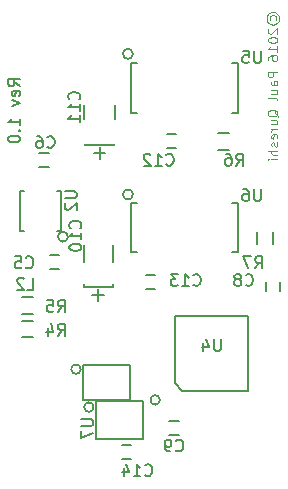
<source format=gbr>
G04 #@! TF.FileFunction,Other,ECO2*
%FSLAX46Y46*%
G04 Gerber Fmt 4.6, Leading zero omitted, Abs format (unit mm)*
G04 Created by KiCad (PCBNEW 4.0.2-stable) date 12/11/2016 19:10:46*
%MOMM*%
G01*
G04 APERTURE LIST*
%ADD10C,0.100000*%
%ADD11C,0.200000*%
%ADD12C,0.150000*%
G04 APERTURE END LIST*
D10*
D11*
X145552381Y-25728572D02*
X145076190Y-25395238D01*
X145552381Y-25157143D02*
X144552381Y-25157143D01*
X144552381Y-25538096D01*
X144600000Y-25633334D01*
X144647619Y-25680953D01*
X144742857Y-25728572D01*
X144885714Y-25728572D01*
X144980952Y-25680953D01*
X145028571Y-25633334D01*
X145076190Y-25538096D01*
X145076190Y-25157143D01*
X145504762Y-26538096D02*
X145552381Y-26442858D01*
X145552381Y-26252381D01*
X145504762Y-26157143D01*
X145409524Y-26109524D01*
X145028571Y-26109524D01*
X144933333Y-26157143D01*
X144885714Y-26252381D01*
X144885714Y-26442858D01*
X144933333Y-26538096D01*
X145028571Y-26585715D01*
X145123810Y-26585715D01*
X145219048Y-26109524D01*
X144885714Y-26919048D02*
X145552381Y-27157143D01*
X144885714Y-27395239D01*
X145552381Y-29061906D02*
X145552381Y-28490477D01*
X145552381Y-28776191D02*
X144552381Y-28776191D01*
X144695238Y-28680953D01*
X144790476Y-28585715D01*
X144838095Y-28490477D01*
X145457143Y-29490477D02*
X145504762Y-29538096D01*
X145552381Y-29490477D01*
X145504762Y-29442858D01*
X145457143Y-29490477D01*
X145552381Y-29490477D01*
X144552381Y-30157143D02*
X144552381Y-30252382D01*
X144600000Y-30347620D01*
X144647619Y-30395239D01*
X144742857Y-30442858D01*
X144933333Y-30490477D01*
X145171429Y-30490477D01*
X145361905Y-30442858D01*
X145457143Y-30395239D01*
X145504762Y-30347620D01*
X145552381Y-30252382D01*
X145552381Y-30157143D01*
X145504762Y-30061905D01*
X145457143Y-30014286D01*
X145361905Y-29966667D01*
X145171429Y-29919048D01*
X144933333Y-29919048D01*
X144742857Y-29966667D01*
X144647619Y-30014286D01*
X144600000Y-30061905D01*
X144552381Y-30157143D01*
D12*
X150700000Y-49700000D02*
G75*
G03X150700000Y-49700000I-400000J0D01*
G01*
X150900000Y-52300000D02*
X150900000Y-49300000D01*
X154900000Y-52300000D02*
X150900000Y-52300000D01*
X154900000Y-49300000D02*
X154900000Y-52300000D01*
X150900000Y-49300000D02*
X154900000Y-49300000D01*
D10*
X166752381Y-20138094D02*
X166714286Y-20061904D01*
X166714286Y-19909523D01*
X166752381Y-19833332D01*
X166828571Y-19757142D01*
X166904762Y-19719047D01*
X167057143Y-19719047D01*
X167133333Y-19757142D01*
X167209524Y-19833332D01*
X167247619Y-19909523D01*
X167247619Y-20061904D01*
X167209524Y-20138094D01*
X166447619Y-19985713D02*
X166485714Y-19795237D01*
X166600000Y-19604761D01*
X166790476Y-19490475D01*
X166980952Y-19452380D01*
X167171429Y-19490475D01*
X167361905Y-19604761D01*
X167476190Y-19795237D01*
X167514286Y-19985713D01*
X167476190Y-20176189D01*
X167361905Y-20366666D01*
X167171429Y-20480951D01*
X166980952Y-20519047D01*
X166790476Y-20480951D01*
X166600000Y-20366666D01*
X166485714Y-20176189D01*
X166447619Y-19985713D01*
X166638095Y-20823809D02*
X166600000Y-20861904D01*
X166561905Y-20938095D01*
X166561905Y-21128571D01*
X166600000Y-21204761D01*
X166638095Y-21242857D01*
X166714286Y-21280952D01*
X166790476Y-21280952D01*
X166904762Y-21242857D01*
X167361905Y-20785714D01*
X167361905Y-21280952D01*
X166561905Y-21776190D02*
X166561905Y-21852381D01*
X166600000Y-21928571D01*
X166638095Y-21966666D01*
X166714286Y-22004762D01*
X166866667Y-22042857D01*
X167057143Y-22042857D01*
X167209524Y-22004762D01*
X167285714Y-21966666D01*
X167323810Y-21928571D01*
X167361905Y-21852381D01*
X167361905Y-21776190D01*
X167323810Y-21700000D01*
X167285714Y-21661904D01*
X167209524Y-21623809D01*
X167057143Y-21585714D01*
X166866667Y-21585714D01*
X166714286Y-21623809D01*
X166638095Y-21661904D01*
X166600000Y-21700000D01*
X166561905Y-21776190D01*
X167361905Y-22804762D02*
X167361905Y-22347619D01*
X167361905Y-22576190D02*
X166561905Y-22576190D01*
X166676190Y-22500000D01*
X166752381Y-22423809D01*
X166790476Y-22347619D01*
X166561905Y-23490476D02*
X166561905Y-23338095D01*
X166600000Y-23261905D01*
X166638095Y-23223810D01*
X166752381Y-23147619D01*
X166904762Y-23109524D01*
X167209524Y-23109524D01*
X167285714Y-23147619D01*
X167323810Y-23185714D01*
X167361905Y-23261905D01*
X167361905Y-23414286D01*
X167323810Y-23490476D01*
X167285714Y-23528572D01*
X167209524Y-23566667D01*
X167019048Y-23566667D01*
X166942857Y-23528572D01*
X166904762Y-23490476D01*
X166866667Y-23414286D01*
X166866667Y-23261905D01*
X166904762Y-23185714D01*
X166942857Y-23147619D01*
X167019048Y-23109524D01*
X167361905Y-24519048D02*
X166561905Y-24519048D01*
X166561905Y-24823810D01*
X166600000Y-24900001D01*
X166638095Y-24938096D01*
X166714286Y-24976191D01*
X166828571Y-24976191D01*
X166904762Y-24938096D01*
X166942857Y-24900001D01*
X166980952Y-24823810D01*
X166980952Y-24519048D01*
X167361905Y-25661905D02*
X166942857Y-25661905D01*
X166866667Y-25623810D01*
X166828571Y-25547620D01*
X166828571Y-25395239D01*
X166866667Y-25319048D01*
X167323810Y-25661905D02*
X167361905Y-25585715D01*
X167361905Y-25395239D01*
X167323810Y-25319048D01*
X167247619Y-25280953D01*
X167171429Y-25280953D01*
X167095238Y-25319048D01*
X167057143Y-25395239D01*
X167057143Y-25585715D01*
X167019048Y-25661905D01*
X166828571Y-26385715D02*
X167361905Y-26385715D01*
X166828571Y-26042858D02*
X167247619Y-26042858D01*
X167323810Y-26080953D01*
X167361905Y-26157144D01*
X167361905Y-26271430D01*
X167323810Y-26347620D01*
X167285714Y-26385715D01*
X167361905Y-26880954D02*
X167323810Y-26804763D01*
X167247619Y-26766668D01*
X166561905Y-26766668D01*
X167438095Y-28328574D02*
X167400000Y-28252383D01*
X167323810Y-28176193D01*
X167209524Y-28061907D01*
X167171429Y-27985716D01*
X167171429Y-27909526D01*
X167361905Y-27947621D02*
X167323810Y-27871431D01*
X167247619Y-27795240D01*
X167095238Y-27757145D01*
X166828571Y-27757145D01*
X166676190Y-27795240D01*
X166600000Y-27871431D01*
X166561905Y-27947621D01*
X166561905Y-28100002D01*
X166600000Y-28176193D01*
X166676190Y-28252383D01*
X166828571Y-28290478D01*
X167095238Y-28290478D01*
X167247619Y-28252383D01*
X167323810Y-28176193D01*
X167361905Y-28100002D01*
X167361905Y-27947621D01*
X166828571Y-28976192D02*
X167361905Y-28976192D01*
X166828571Y-28633335D02*
X167247619Y-28633335D01*
X167323810Y-28671430D01*
X167361905Y-28747621D01*
X167361905Y-28861907D01*
X167323810Y-28938097D01*
X167285714Y-28976192D01*
X167361905Y-29357145D02*
X166828571Y-29357145D01*
X166980952Y-29357145D02*
X166904762Y-29395240D01*
X166866667Y-29433336D01*
X166828571Y-29509526D01*
X166828571Y-29585717D01*
X167323810Y-30157145D02*
X167361905Y-30080955D01*
X167361905Y-29928574D01*
X167323810Y-29852383D01*
X167247619Y-29814288D01*
X166942857Y-29814288D01*
X166866667Y-29852383D01*
X166828571Y-29928574D01*
X166828571Y-30080955D01*
X166866667Y-30157145D01*
X166942857Y-30195240D01*
X167019048Y-30195240D01*
X167095238Y-29814288D01*
X167323810Y-30500002D02*
X167361905Y-30576192D01*
X167361905Y-30728573D01*
X167323810Y-30804764D01*
X167247619Y-30842859D01*
X167209524Y-30842859D01*
X167133333Y-30804764D01*
X167095238Y-30728573D01*
X167095238Y-30614288D01*
X167057143Y-30538097D01*
X166980952Y-30500002D01*
X166942857Y-30500002D01*
X166866667Y-30538097D01*
X166828571Y-30614288D01*
X166828571Y-30728573D01*
X166866667Y-30804764D01*
X167361905Y-31185716D02*
X166561905Y-31185716D01*
X167361905Y-31528573D02*
X166942857Y-31528573D01*
X166866667Y-31490478D01*
X166828571Y-31414288D01*
X166828571Y-31300002D01*
X166866667Y-31223811D01*
X166904762Y-31185716D01*
X167361905Y-31909526D02*
X166828571Y-31909526D01*
X166561905Y-31909526D02*
X166600000Y-31871431D01*
X166638095Y-31909526D01*
X166600000Y-31947621D01*
X166561905Y-31909526D01*
X166638095Y-31909526D01*
D12*
X157000000Y-42900000D02*
X156200000Y-42900000D01*
X156200000Y-41700000D02*
X157000000Y-41700000D01*
X151700000Y-43400000D02*
X152700000Y-43400000D01*
X152200000Y-42900000D02*
X152200000Y-43900000D01*
X153400000Y-42700000D02*
X153400000Y-42500000D01*
X153300000Y-42700000D02*
X153400000Y-42700000D01*
X151000000Y-42700000D02*
X153300000Y-42700000D01*
X151000000Y-42500000D02*
X151000000Y-42700000D01*
X151000000Y-39200000D02*
X151000000Y-40600000D01*
X153400000Y-39200000D02*
X153400000Y-40600000D01*
X149624264Y-38475736D02*
G75*
G03X149624264Y-38475736I-424264J0D01*
G01*
X149000000Y-38000000D02*
X148700000Y-38000000D01*
X149000000Y-34600000D02*
X149000000Y-38000000D01*
X148700000Y-34600000D02*
X149000000Y-34600000D01*
X145600000Y-38000000D02*
X145900000Y-38000000D01*
X145600000Y-34600000D02*
X145600000Y-38000000D01*
X145900000Y-34600000D02*
X145600000Y-34600000D01*
X148000000Y-32600000D02*
X147200000Y-32600000D01*
X147200000Y-31400000D02*
X148000000Y-31400000D01*
X148900000Y-41200000D02*
X148100000Y-41200000D01*
X148100000Y-40000000D02*
X148900000Y-40000000D01*
X146700000Y-43600000D02*
X145700000Y-43600000D01*
X145700000Y-45000000D02*
X146700000Y-45000000D01*
X146700000Y-47000000D02*
X145700000Y-47000000D01*
X145700000Y-45600000D02*
X146700000Y-45600000D01*
X167600000Y-43100000D02*
X167600000Y-42300000D01*
X166400000Y-42300000D02*
X166400000Y-43100000D01*
X165600000Y-38100000D02*
X165600000Y-39100000D01*
X167000000Y-38100000D02*
X167000000Y-39100000D01*
X163300000Y-29700000D02*
X162300000Y-29700000D01*
X162300000Y-31100000D02*
X163300000Y-31100000D01*
X158800000Y-31000000D02*
X158000000Y-31000000D01*
X158000000Y-29800000D02*
X158800000Y-29800000D01*
X155124264Y-34900000D02*
G75*
G03X155124264Y-34900000I-424264J0D01*
G01*
X164000000Y-35600000D02*
X163500000Y-35600000D01*
X164000000Y-39800000D02*
X164000000Y-35600000D01*
X163500000Y-39800000D02*
X164000000Y-39800000D01*
X155000000Y-39800000D02*
X155500000Y-39800000D01*
X155000000Y-35600000D02*
X155000000Y-39800000D01*
X155500000Y-35600000D02*
X155000000Y-35600000D01*
X164900000Y-45200000D02*
X158700000Y-45200000D01*
X164900000Y-51500000D02*
X164900000Y-45200000D01*
X159300000Y-51500000D02*
X164900000Y-51500000D01*
X158700000Y-50900000D02*
X159300000Y-51500000D01*
X158700000Y-45200000D02*
X158700000Y-50900000D01*
X157400000Y-52300000D02*
G75*
G03X157400000Y-52300000I-400000J0D01*
G01*
X159000000Y-55300000D02*
X158200000Y-55300000D01*
X158200000Y-54100000D02*
X159000000Y-54100000D01*
X154200000Y-57300000D02*
X155000000Y-57300000D01*
X155000000Y-56100000D02*
X154200000Y-56100000D01*
X151800000Y-52900000D02*
G75*
G03X151800000Y-52900000I-400000J0D01*
G01*
X152000000Y-55600000D02*
X152000000Y-52400000D01*
X156000000Y-55600000D02*
X152000000Y-55600000D01*
X156000000Y-52400000D02*
X156000000Y-55600000D01*
X152000000Y-52400000D02*
X156000000Y-52400000D01*
D11*
X150752381Y-53938095D02*
X151561905Y-53938095D01*
X151657143Y-53985714D01*
X151704762Y-54033333D01*
X151752381Y-54128571D01*
X151752381Y-54319048D01*
X151704762Y-54414286D01*
X151657143Y-54461905D01*
X151561905Y-54509524D01*
X150752381Y-54509524D01*
X150752381Y-54890476D02*
X150752381Y-55557143D01*
X151752381Y-55128571D01*
X156142857Y-58657143D02*
X156190476Y-58704762D01*
X156333333Y-58752381D01*
X156428571Y-58752381D01*
X156571429Y-58704762D01*
X156666667Y-58609524D01*
X156714286Y-58514286D01*
X156761905Y-58323810D01*
X156761905Y-58180952D01*
X156714286Y-57990476D01*
X156666667Y-57895238D01*
X156571429Y-57800000D01*
X156428571Y-57752381D01*
X156333333Y-57752381D01*
X156190476Y-57800000D01*
X156142857Y-57847619D01*
X155190476Y-58752381D02*
X155761905Y-58752381D01*
X155476191Y-58752381D02*
X155476191Y-57752381D01*
X155571429Y-57895238D01*
X155666667Y-57990476D01*
X155761905Y-58038095D01*
X154333333Y-58085714D02*
X154333333Y-58752381D01*
X154571429Y-57704762D02*
X154809524Y-58419048D01*
X154190476Y-58419048D01*
X158766666Y-56557143D02*
X158814285Y-56604762D01*
X158957142Y-56652381D01*
X159052380Y-56652381D01*
X159195238Y-56604762D01*
X159290476Y-56509524D01*
X159338095Y-56414286D01*
X159385714Y-56223810D01*
X159385714Y-56080952D01*
X159338095Y-55890476D01*
X159290476Y-55795238D01*
X159195238Y-55700000D01*
X159052380Y-55652381D01*
X158957142Y-55652381D01*
X158814285Y-55700000D01*
X158766666Y-55747619D01*
X158290476Y-56652381D02*
X158100000Y-56652381D01*
X158004761Y-56604762D01*
X157957142Y-56557143D01*
X157861904Y-56414286D01*
X157814285Y-56223810D01*
X157814285Y-55842857D01*
X157861904Y-55747619D01*
X157909523Y-55700000D01*
X158004761Y-55652381D01*
X158195238Y-55652381D01*
X158290476Y-55700000D01*
X158338095Y-55747619D01*
X158385714Y-55842857D01*
X158385714Y-56080952D01*
X158338095Y-56176190D01*
X158290476Y-56223810D01*
X158195238Y-56271429D01*
X158004761Y-56271429D01*
X157909523Y-56223810D01*
X157861904Y-56176190D01*
X157814285Y-56080952D01*
X162561905Y-47152381D02*
X162561905Y-47961905D01*
X162514286Y-48057143D01*
X162466667Y-48104762D01*
X162371429Y-48152381D01*
X162180952Y-48152381D01*
X162085714Y-48104762D01*
X162038095Y-48057143D01*
X161990476Y-47961905D01*
X161990476Y-47152381D01*
X161085714Y-47485714D02*
X161085714Y-48152381D01*
X161323810Y-47104762D02*
X161561905Y-47819048D01*
X160942857Y-47819048D01*
X160242857Y-42557143D02*
X160290476Y-42604762D01*
X160433333Y-42652381D01*
X160528571Y-42652381D01*
X160671429Y-42604762D01*
X160766667Y-42509524D01*
X160814286Y-42414286D01*
X160861905Y-42223810D01*
X160861905Y-42080952D01*
X160814286Y-41890476D01*
X160766667Y-41795238D01*
X160671429Y-41700000D01*
X160528571Y-41652381D01*
X160433333Y-41652381D01*
X160290476Y-41700000D01*
X160242857Y-41747619D01*
X159290476Y-42652381D02*
X159861905Y-42652381D01*
X159576191Y-42652381D02*
X159576191Y-41652381D01*
X159671429Y-41795238D01*
X159766667Y-41890476D01*
X159861905Y-41938095D01*
X158957143Y-41652381D02*
X158338095Y-41652381D01*
X158671429Y-42033333D01*
X158528571Y-42033333D01*
X158433333Y-42080952D01*
X158385714Y-42128571D01*
X158338095Y-42223810D01*
X158338095Y-42461905D01*
X158385714Y-42557143D01*
X158433333Y-42604762D01*
X158528571Y-42652381D01*
X158814286Y-42652381D01*
X158909524Y-42604762D01*
X158957143Y-42557143D01*
X164666666Y-42557143D02*
X164714285Y-42604762D01*
X164857142Y-42652381D01*
X164952380Y-42652381D01*
X165095238Y-42604762D01*
X165190476Y-42509524D01*
X165238095Y-42414286D01*
X165285714Y-42223810D01*
X165285714Y-42080952D01*
X165238095Y-41890476D01*
X165190476Y-41795238D01*
X165095238Y-41700000D01*
X164952380Y-41652381D01*
X164857142Y-41652381D01*
X164714285Y-41700000D01*
X164666666Y-41747619D01*
X164095238Y-42080952D02*
X164190476Y-42033333D01*
X164238095Y-41985714D01*
X164285714Y-41890476D01*
X164285714Y-41842857D01*
X164238095Y-41747619D01*
X164190476Y-41700000D01*
X164095238Y-41652381D01*
X163904761Y-41652381D01*
X163809523Y-41700000D01*
X163761904Y-41747619D01*
X163714285Y-41842857D01*
X163714285Y-41890476D01*
X163761904Y-41985714D01*
X163809523Y-42033333D01*
X163904761Y-42080952D01*
X164095238Y-42080952D01*
X164190476Y-42128571D01*
X164238095Y-42176190D01*
X164285714Y-42271429D01*
X164285714Y-42461905D01*
X164238095Y-42557143D01*
X164190476Y-42604762D01*
X164095238Y-42652381D01*
X163904761Y-42652381D01*
X163809523Y-42604762D01*
X163761904Y-42557143D01*
X163714285Y-42461905D01*
X163714285Y-42271429D01*
X163761904Y-42176190D01*
X163809523Y-42128571D01*
X163904761Y-42080952D01*
X165466666Y-41152381D02*
X165800000Y-40676190D01*
X166038095Y-41152381D02*
X166038095Y-40152381D01*
X165657142Y-40152381D01*
X165561904Y-40200000D01*
X165514285Y-40247619D01*
X165466666Y-40342857D01*
X165466666Y-40485714D01*
X165514285Y-40580952D01*
X165561904Y-40628571D01*
X165657142Y-40676190D01*
X166038095Y-40676190D01*
X165133333Y-40152381D02*
X164466666Y-40152381D01*
X164895238Y-41152381D01*
X157942857Y-32357143D02*
X157990476Y-32404762D01*
X158133333Y-32452381D01*
X158228571Y-32452381D01*
X158371429Y-32404762D01*
X158466667Y-32309524D01*
X158514286Y-32214286D01*
X158561905Y-32023810D01*
X158561905Y-31880952D01*
X158514286Y-31690476D01*
X158466667Y-31595238D01*
X158371429Y-31500000D01*
X158228571Y-31452381D01*
X158133333Y-31452381D01*
X157990476Y-31500000D01*
X157942857Y-31547619D01*
X156990476Y-32452381D02*
X157561905Y-32452381D01*
X157276191Y-32452381D02*
X157276191Y-31452381D01*
X157371429Y-31595238D01*
X157466667Y-31690476D01*
X157561905Y-31738095D01*
X156609524Y-31547619D02*
X156561905Y-31500000D01*
X156466667Y-31452381D01*
X156228571Y-31452381D01*
X156133333Y-31500000D01*
X156085714Y-31547619D01*
X156038095Y-31642857D01*
X156038095Y-31738095D01*
X156085714Y-31880952D01*
X156657143Y-32452381D01*
X156038095Y-32452381D01*
X163866666Y-32452381D02*
X164200000Y-31976190D01*
X164438095Y-32452381D02*
X164438095Y-31452381D01*
X164057142Y-31452381D01*
X163961904Y-31500000D01*
X163914285Y-31547619D01*
X163866666Y-31642857D01*
X163866666Y-31785714D01*
X163914285Y-31880952D01*
X163961904Y-31928571D01*
X164057142Y-31976190D01*
X164438095Y-31976190D01*
X163009523Y-31452381D02*
X163200000Y-31452381D01*
X163295238Y-31500000D01*
X163342857Y-31547619D01*
X163438095Y-31690476D01*
X163485714Y-31880952D01*
X163485714Y-32261905D01*
X163438095Y-32357143D01*
X163390476Y-32404762D01*
X163295238Y-32452381D01*
X163104761Y-32452381D01*
X163009523Y-32404762D01*
X162961904Y-32357143D01*
X162914285Y-32261905D01*
X162914285Y-32023810D01*
X162961904Y-31928571D01*
X163009523Y-31880952D01*
X163104761Y-31833333D01*
X163295238Y-31833333D01*
X163390476Y-31880952D01*
X163438095Y-31928571D01*
X163485714Y-32023810D01*
X148766666Y-46852381D02*
X149100000Y-46376190D01*
X149338095Y-46852381D02*
X149338095Y-45852381D01*
X148957142Y-45852381D01*
X148861904Y-45900000D01*
X148814285Y-45947619D01*
X148766666Y-46042857D01*
X148766666Y-46185714D01*
X148814285Y-46280952D01*
X148861904Y-46328571D01*
X148957142Y-46376190D01*
X149338095Y-46376190D01*
X147909523Y-46185714D02*
X147909523Y-46852381D01*
X148147619Y-45804762D02*
X148385714Y-46519048D01*
X147766666Y-46519048D01*
X148766666Y-44852381D02*
X149100000Y-44376190D01*
X149338095Y-44852381D02*
X149338095Y-43852381D01*
X148957142Y-43852381D01*
X148861904Y-43900000D01*
X148814285Y-43947619D01*
X148766666Y-44042857D01*
X148766666Y-44185714D01*
X148814285Y-44280952D01*
X148861904Y-44328571D01*
X148957142Y-44376190D01*
X149338095Y-44376190D01*
X147861904Y-43852381D02*
X148338095Y-43852381D01*
X148385714Y-44328571D01*
X148338095Y-44280952D01*
X148242857Y-44233333D01*
X148004761Y-44233333D01*
X147909523Y-44280952D01*
X147861904Y-44328571D01*
X147814285Y-44423810D01*
X147814285Y-44661905D01*
X147861904Y-44757143D01*
X147909523Y-44804762D01*
X148004761Y-44852381D01*
X148242857Y-44852381D01*
X148338095Y-44804762D01*
X148385714Y-44757143D01*
X146166666Y-42952381D02*
X146642857Y-42952381D01*
X146642857Y-41952381D01*
X145880952Y-42047619D02*
X145833333Y-42000000D01*
X145738095Y-41952381D01*
X145499999Y-41952381D01*
X145404761Y-42000000D01*
X145357142Y-42047619D01*
X145309523Y-42142857D01*
X145309523Y-42238095D01*
X145357142Y-42380952D01*
X145928571Y-42952381D01*
X145309523Y-42952381D01*
X146066666Y-41057143D02*
X146114285Y-41104762D01*
X146257142Y-41152381D01*
X146352380Y-41152381D01*
X146495238Y-41104762D01*
X146590476Y-41009524D01*
X146638095Y-40914286D01*
X146685714Y-40723810D01*
X146685714Y-40580952D01*
X146638095Y-40390476D01*
X146590476Y-40295238D01*
X146495238Y-40200000D01*
X146352380Y-40152381D01*
X146257142Y-40152381D01*
X146114285Y-40200000D01*
X146066666Y-40247619D01*
X145161904Y-40152381D02*
X145638095Y-40152381D01*
X145685714Y-40628571D01*
X145638095Y-40580952D01*
X145542857Y-40533333D01*
X145304761Y-40533333D01*
X145209523Y-40580952D01*
X145161904Y-40628571D01*
X145114285Y-40723810D01*
X145114285Y-40961905D01*
X145161904Y-41057143D01*
X145209523Y-41104762D01*
X145304761Y-41152381D01*
X145542857Y-41152381D01*
X145638095Y-41104762D01*
X145685714Y-41057143D01*
X147866666Y-30857143D02*
X147914285Y-30904762D01*
X148057142Y-30952381D01*
X148152380Y-30952381D01*
X148295238Y-30904762D01*
X148390476Y-30809524D01*
X148438095Y-30714286D01*
X148485714Y-30523810D01*
X148485714Y-30380952D01*
X148438095Y-30190476D01*
X148390476Y-30095238D01*
X148295238Y-30000000D01*
X148152380Y-29952381D01*
X148057142Y-29952381D01*
X147914285Y-30000000D01*
X147866666Y-30047619D01*
X147009523Y-29952381D02*
X147200000Y-29952381D01*
X147295238Y-30000000D01*
X147342857Y-30047619D01*
X147438095Y-30190476D01*
X147485714Y-30380952D01*
X147485714Y-30761905D01*
X147438095Y-30857143D01*
X147390476Y-30904762D01*
X147295238Y-30952381D01*
X147104761Y-30952381D01*
X147009523Y-30904762D01*
X146961904Y-30857143D01*
X146914285Y-30761905D01*
X146914285Y-30523810D01*
X146961904Y-30428571D01*
X147009523Y-30380952D01*
X147104761Y-30333333D01*
X147295238Y-30333333D01*
X147390476Y-30380952D01*
X147438095Y-30428571D01*
X147485714Y-30523810D01*
X149352381Y-34638095D02*
X150161905Y-34638095D01*
X150257143Y-34685714D01*
X150304762Y-34733333D01*
X150352381Y-34828571D01*
X150352381Y-35019048D01*
X150304762Y-35114286D01*
X150257143Y-35161905D01*
X150161905Y-35209524D01*
X149352381Y-35209524D01*
X149447619Y-35638095D02*
X149400000Y-35685714D01*
X149352381Y-35780952D01*
X149352381Y-36019048D01*
X149400000Y-36114286D01*
X149447619Y-36161905D01*
X149542857Y-36209524D01*
X149638095Y-36209524D01*
X149780952Y-36161905D01*
X150352381Y-35590476D01*
X150352381Y-36209524D01*
X150657143Y-37757143D02*
X150704762Y-37709524D01*
X150752381Y-37566667D01*
X150752381Y-37471429D01*
X150704762Y-37328571D01*
X150609524Y-37233333D01*
X150514286Y-37185714D01*
X150323810Y-37138095D01*
X150180952Y-37138095D01*
X149990476Y-37185714D01*
X149895238Y-37233333D01*
X149800000Y-37328571D01*
X149752381Y-37471429D01*
X149752381Y-37566667D01*
X149800000Y-37709524D01*
X149847619Y-37757143D01*
X150752381Y-38709524D02*
X150752381Y-38138095D01*
X150752381Y-38423809D02*
X149752381Y-38423809D01*
X149895238Y-38328571D01*
X149990476Y-38233333D01*
X150038095Y-38138095D01*
X149752381Y-39328571D02*
X149752381Y-39423810D01*
X149800000Y-39519048D01*
X149847619Y-39566667D01*
X149942857Y-39614286D01*
X150133333Y-39661905D01*
X150371429Y-39661905D01*
X150561905Y-39614286D01*
X150657143Y-39566667D01*
X150704762Y-39519048D01*
X150752381Y-39423810D01*
X150752381Y-39328571D01*
X150704762Y-39233333D01*
X150657143Y-39185714D01*
X150561905Y-39138095D01*
X150371429Y-39090476D01*
X150133333Y-39090476D01*
X149942857Y-39138095D01*
X149847619Y-39185714D01*
X149800000Y-39233333D01*
X149752381Y-39328571D01*
D12*
X152300000Y-31800000D02*
X152300000Y-31900000D01*
X151900000Y-31400000D02*
X151800000Y-31400000D01*
X151900000Y-31400000D02*
X152800000Y-31400000D01*
X152300000Y-30900000D02*
X152300000Y-31800000D01*
X153500000Y-30700000D02*
X153500000Y-30600000D01*
X151100000Y-30700000D02*
X153500000Y-30700000D01*
X151100000Y-30600000D02*
X151100000Y-30700000D01*
X153600000Y-27300000D02*
X153600000Y-28500000D01*
X151000000Y-27300000D02*
X151000000Y-28500000D01*
D11*
X150557143Y-26857143D02*
X150604762Y-26809524D01*
X150652381Y-26666667D01*
X150652381Y-26571429D01*
X150604762Y-26428571D01*
X150509524Y-26333333D01*
X150414286Y-26285714D01*
X150223810Y-26238095D01*
X150080952Y-26238095D01*
X149890476Y-26285714D01*
X149795238Y-26333333D01*
X149700000Y-26428571D01*
X149652381Y-26571429D01*
X149652381Y-26666667D01*
X149700000Y-26809524D01*
X149747619Y-26857143D01*
X150652381Y-27809524D02*
X150652381Y-27238095D01*
X150652381Y-27523809D02*
X149652381Y-27523809D01*
X149795238Y-27428571D01*
X149890476Y-27333333D01*
X149938095Y-27238095D01*
X150652381Y-28761905D02*
X150652381Y-28190476D01*
X150652381Y-28476190D02*
X149652381Y-28476190D01*
X149795238Y-28380952D01*
X149890476Y-28285714D01*
X149938095Y-28190476D01*
X165961905Y-34452381D02*
X165961905Y-35261905D01*
X165914286Y-35357143D01*
X165866667Y-35404762D01*
X165771429Y-35452381D01*
X165580952Y-35452381D01*
X165485714Y-35404762D01*
X165438095Y-35357143D01*
X165390476Y-35261905D01*
X165390476Y-34452381D01*
X164485714Y-34452381D02*
X164676191Y-34452381D01*
X164771429Y-34500000D01*
X164819048Y-34547619D01*
X164914286Y-34690476D01*
X164961905Y-34880952D01*
X164961905Y-35261905D01*
X164914286Y-35357143D01*
X164866667Y-35404762D01*
X164771429Y-35452381D01*
X164580952Y-35452381D01*
X164485714Y-35404762D01*
X164438095Y-35357143D01*
X164390476Y-35261905D01*
X164390476Y-35023810D01*
X164438095Y-34928571D01*
X164485714Y-34880952D01*
X164580952Y-34833333D01*
X164771429Y-34833333D01*
X164866667Y-34880952D01*
X164914286Y-34928571D01*
X164961905Y-35023810D01*
X165961905Y-22752381D02*
X165961905Y-23561905D01*
X165914286Y-23657143D01*
X165866667Y-23704762D01*
X165771429Y-23752381D01*
X165580952Y-23752381D01*
X165485714Y-23704762D01*
X165438095Y-23657143D01*
X165390476Y-23561905D01*
X165390476Y-22752381D01*
X164438095Y-22752381D02*
X164914286Y-22752381D01*
X164961905Y-23228571D01*
X164914286Y-23180952D01*
X164819048Y-23133333D01*
X164580952Y-23133333D01*
X164485714Y-23180952D01*
X164438095Y-23228571D01*
X164390476Y-23323810D01*
X164390476Y-23561905D01*
X164438095Y-23657143D01*
X164485714Y-23704762D01*
X164580952Y-23752381D01*
X164819048Y-23752381D01*
X164914286Y-23704762D01*
X164961905Y-23657143D01*
D12*
X155124264Y-23000000D02*
G75*
G03X155124264Y-23000000I-424264J0D01*
G01*
X164000000Y-28000000D02*
X163500000Y-28000000D01*
X164000000Y-23800000D02*
X164000000Y-28000000D01*
X163500000Y-23800000D02*
X164000000Y-23800000D01*
X155000000Y-28000000D02*
X155500000Y-28000000D01*
X155000000Y-23800000D02*
X155000000Y-28000000D01*
X155500000Y-23800000D02*
X155000000Y-23800000D01*
M02*

</source>
